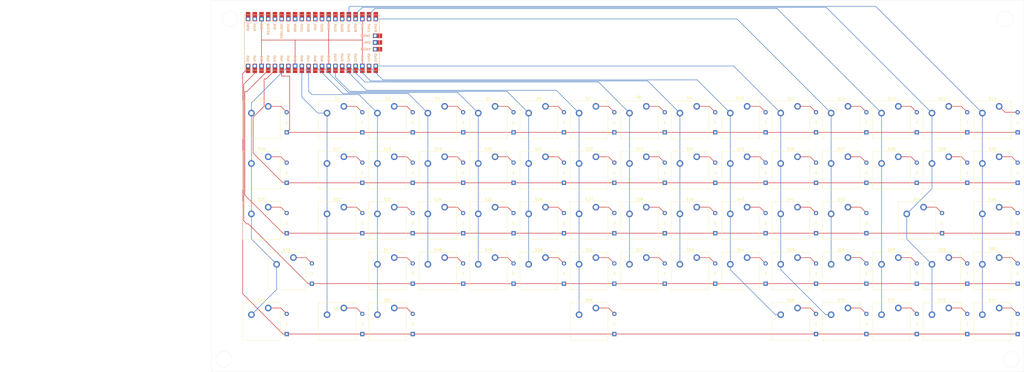
<source format=kicad_pcb>
(kicad_pcb (version 20241229) (generator "pcbnew") (generator_version "9.0")
  (layers (0 "F.Cu" signal) (2 "B.Cu" signal) (13 "F.Paste" user) (15 "B.Paste" user) (5 "F.SilkS" user "F.Silkscreen") (7 "B.SilkS" user "B.Silkscreen") (1 "F.Mask" user) (3 "B.Mask" user) (25 "Edge.Cuts" user))
  (net 0 "")
  (net 1 "Ro1")
  (net 2 "Net-(D1-A)")
  (net 3 "Net-(D2-A)")
  (net 4 "Net-(D3-A)")
  (net 5 "Net-(D4-A)")
  (net 6 "Net-(D5-A)")
  (net 7 "Net-(D6-A)")
  (net 8 "Net-(D7-A)")
  (net 9 "Net-(D8-A)")
  (net 10 "Net-(D9-A)")
  (net 11 "Net-(D10-A)")
  (net 12 "Net-(D11-A)")
  (net 13 "Net-(D12-A)")
  (net 14 "Net-(D13-A)")
  (net 15 "Net-(D14-A)")
  (net 16 "Net-(D15-A)")
  (net 17 "Ro2")
  (net 18 "Net-(D16-A)")
  (net 19 "Net-(D17-A)")
  (net 20 "Net-(D18-A)")
  (net 21 "Net-(D19-A)")
  (net 22 "Net-(D20-A)")
  (net 23 "Net-(D21-A)")
  (net 24 "Net-(D22-A)")
  (net 25 "Net-(D23-A)")
  (net 26 "Net-(D24-A)")
  (net 27 "Net-(D25-A)")
  (net 28 "Net-(D26-A)")
  (net 29 "Net-(D27-A)")
  (net 30 "Net-(D28-A)")
  (net 31 "Net-(D29-A)")
  (net 32 "Net-(D30-A)")
  (net 33 "Ro3")
  (net 34 "Net-(D31-A)")
  (net 35 "Net-(D32-A)")
  (net 36 "Net-(D33-A)")
  (net 37 "Net-(D34-A)")
  (net 38 "Net-(D35-A)")
  (net 39 "Net-(D36-A)")
  (net 40 "Net-(D37-A)")
  (net 41 "Net-(D38-A)")
  (net 42 "Net-(D39-A)")
  (net 43 "Net-(D40-A)")
  (net 44 "Net-(D41-A)")
  (net 45 "Net-(D42-A)")
  (net 46 "Ro5")
  (net 47 "Net-(D43-A)")
  (net 48 "Net-(D44-A)")
  (net 49 "Net-(D45-A)")
  (net 50 "Ro4")
  (net 51 "Net-(D46-A)")
  (net 52 "Net-(D47-A)")
  (net 53 "Net-(D48-A)")
  (net 54 "Net-(D49-A)")
  (net 55 "Net-(D50-A)")
  (net 56 "Net-(D51-A)")
  (net 57 "Net-(D52-A)")
  (net 58 "Net-(D53-A)")
  (net 59 "Net-(D54-A)")
  (net 60 "Net-(D55-A)")
  (net 61 "Net-(D56-A)")
  (net 62 "Net-(D58-A)")
  (net 63 "Net-(D59-A)")
  (net 64 "Net-(D60-A)")
  (net 65 "Net-(D61-A)")
  (net 66 "Net-(D62-A)")
  (net 67 "Net-(D66-A)")
  (net 68 "Net-(D69-A)")
  (net 69 "Net-(D70-A)")
  (net 70 "Net-(D72-A)")
  (net 71 "Net-(D73-A)")
  (net 72 "Net-(D74-A)")
  (net 73 "Co1")
  (net 74 "Co2")
  (net 75 "Co3")
  (net 76 "Co4")
  (net 77 "Co5")
  (net 78 "Co6")
  (net 79 "Co7")
  (net 80 "Co8")
  (net 81 "Co9")
  (net 82 "Co10")
  (net 83 "Co11")
  (net 84 "Co12")
  (net 85 "Co13")
  (net 86 "Co14")
  (net 87 "Co15")
  (net 101 "GND")
  (footprint "ScottoKeebs_MX:MX_PCB_1.00u" (layer "F.Cu") (at 285.115 61.9125)
    (property "Reference" "S44")
    (property "Value" "~")
  )
  (footprint "ScottoKeebs_Components:Diode_DO-35" (layer "F.Cu") (at 227.965 85.725 90)
    (property "Reference" "D54" (hide yes))
    (property "Value" "~" (hide yes))
  )
  (footprint "ScottoKeebs_Components:Diode_DO-35" (layer "F.Cu") (at 113.665 66.675 90)
    (property "Reference" "D34" (hide yes))
    (property "Value" "~" (hide yes))
  )
  (footprint "ScottoKeebs_Components:Diode_DO-35" (layer "F.Cu") (at 247.015 85.725 90)
    (property "Reference" "D55" (hide yes))
    (property "Value" "~" (hide yes))
  )
  (footprint "ScottoKeebs_MX:MX_PCB_1.00u" (layer "F.Cu") (at 37.465 61.9125)
    (property "Reference" "S31")
    (property "Value" "~")
  )
  (footprint "ScottoKeebs_MX:MX_PCB_1.00u" (layer "F.Cu") (at 161.29 42.8625)
    (property "Reference" "S22")
    (property "Value" "~")
  )
  (footprint "ScottoKeebs_MX:MX_PCB_1.00u" (layer "F.Cu") (at 294.64 80.9625)
    (property "Reference" "S59")
    (property "Value" "~")
  )
  (footprint "ScottoKeebs_MX:MX_PCB_1.00u" (layer "F.Cu") (at 123.19 61.9125)
    (property "Reference" "S35")
    (property "Value" "~")
  )
  (footprint "ScottoKeebs_Components:Diode_DO-35" (layer "F.Cu") (at 56.515 85.725 90)
    (property "Reference" "D46" (hide yes))
    (property "Value" "~" (hide yes))
  )
  (footprint "ScottoKeebs_Components:Diode_DO-35" (layer "F.Cu") (at 323.215 85.725 90)
    (property "Reference" "D60" (hide yes))
    (property "Value" "~" (hide yes))
  )
  (footprint "ScottoKeebs_MX:MX_PCB_1.00u" (layer "F.Cu") (at 256.54 61.9125)
    (property "Reference" "S42")
    (property "Value" "~")
  )
  (footprint "ScottoKeebs_MX:MX_PCB_1.00u" (layer "F.Cu") (at 256.54 100.0125)
    (property "Reference" "S70")
    (property "Value" "~")
  )
  (footprint "ScottoKeebs_MX:MX_PCB_1.00u" (layer "F.Cu") (at 313.69 23.8125)
    (property "Reference" "S15")
    (property "Value" "~")
  )
  (footprint "ScottoKeebs_Components:Diode_DO-35" (layer "F.Cu") (at 94.615 104.775 90)
    (property "Reference" "D62" (hide yes))
    (property "Value" "~" (hide yes))
  )
  (footprint "ScottoKeebs_MX:MX_PCB_1.00u" (layer "F.Cu") (at 37.465 100.0125)
    (property "Reference" "S43")
    (property "Value" "~")
  )
  (footprint "ScottoKeebs_Components:Diode_DO-35" (layer "F.Cu") (at 304.165 85.725 90)
    (property "Reference" "D59" (hide yes))
    (property "Value" "~" (hide yes))
  )
  (footprint "ScottoKeebs_Components:Diode_DO-35" (layer "F.Cu") (at 46.99 104.775 90)
    (property "Reference" "D43" (hide yes))
    (property "Value" "~" (hide yes))
  )
  (footprint "ScottoKeebs_MX:MX_PCB_1.00u" (layer "F.Cu") (at 161.29 80.9625)
    (property "Reference" "S51")
    (property "Value" "~")
  )
  (footprint "ScottoKeebs_Components:Diode_DO-35" (layer "F.Cu") (at 247.015 66.675 90)
    (property "Reference" "D41" (hide yes))
    (property "Value" "~" (hide yes))
  )
  (footprint "ScottoKeebs_Components:Diode_DO-35" (layer "F.Cu") (at 323.215 104.775 90)
    (property "Reference" "D74" (hide yes))
    (property "Value" "~" (hide yes))
  )
  (footprint "ScottoKeebs_MX:MX_PCB_1.00u" (layer "F.Cu") (at 37.465 23.8125)
    (property "Reference" "S1")
    (property "Value" "~")
  )
  (footprint "ScottoKeebs_MX:MX_PCB_1.00u" (layer "F.Cu") (at 256.54 80.9625)
    (property "Reference" "S56")
    (property "Value" "~")
  )
  (footprint "ScottoKeebs_Components:Diode_DO-35" (layer "F.Cu") (at 132.715 47.625 90)
    (property "Reference" "D20" (hide yes))
    (property "Value" "~" (hide yes))
  )
  (footprint "ScottoKeebs_Components:Diode_DO-35" (layer "F.Cu") (at 304.165 47.625 90)
    (property "Reference" "D29" (hide yes))
    (property "Value" "~" (hide yes))
  )
  (footprint "ScottoKeebs_MX:MX_PCB_1.00u" (layer "F.Cu") (at 123.19 42.8625)
    (property "Reference" "S20")
    (property "Value" "~")
  )
  (footprint "ScottoKeebs_Components:Diode_DO-35" (layer "F.Cu") (at 151.765 47.625 90)
    (property "Reference" "D21" (hide yes))
    (property "Value" "~" (hide yes))
  )
  (footprint "ScottoKeebs_Components:Diode_DO-35" (layer "F.Cu") (at 170.815 28.575 90)
    (property "Reference" "D7" (hide yes))
    (property "Value" "~" (hide yes))
  )
  (footprint "ScottoKeebs_Components:Diode_DO-35" (layer "F.Cu") (at 227.965 47.625 90)
    (property "Reference" "D25" (hide yes))
    (property "Value" "~" (hide yes))
  )
  (footprint "ScottoKeebs_MX:MX_PCB_1.00u" (layer "F.Cu") (at 294.64 42.8625)
    (property "Reference" "S29")
    (property "Value" "~")
  )
  (footprint "ScottoKeebs_MX:MX_PCB_1.00u" (layer "F.Cu") (at 161.29 61.9125)
    (property "Reference" "S37")
    (property "Value" "~")
  )
  (footprint "ScottoKeebs_Components:Diode_DO-35" (layer "F.Cu") (at 266.065 66.675 90)
    (property "Reference" "D42" (hide yes))
    (property "Value" "~" (hide yes))
  )
  (footprint "ScottoKeebs_MX:MX_PCB_1.00u" (layer "F.Cu") (at 46.99 80.9625)
    (property "Reference" "S46")
    (property "Value" "~")
  )
  (footprint "ScottoKeebs_MX:MX_PCB_1.00u" (layer "F.Cu") (at 237.49 80.9625)
    (property "Reference" "S55")
    (property "Value" "~")
  )
  (footprint "ScottoKeebs_Components:Diode_DO-35" (layer "F.Cu") (at 75.565 47.625 90)
    (property "Reference" "D17" (hide yes))
    (property "Value" "~" (hide yes))
  )
  (footprint "ScottoKeebs_Components:Diode_DO-35" (layer "F.Cu") (at 189.865 47.625 90)
    (property "Reference" "D23" (hide yes))
    (property "Value" "~" (hide yes))
  )
  (footprint "ScottoKeebs_Components:Diode_DO-35" (layer "F.Cu") (at 75.565 104.775 90)
    (property "Reference" "D61" (hide yes))
    (property "Value" "~" (hide yes))
  )
  (footprint "ScottoKeebs_MX:MX_PCB_1.00u" (layer "F.Cu") (at 66.04 42.8625)
    (property "Reference" "S17")
    (property "Value" "~")
  )
  (footprint "ScottoKeebs_Components:Diode_DO-35" (layer "F.Cu") (at 189.865 85.725 90)
    (property "Reference" "D52" (hide yes))
    (property "Value" "~" (hide yes))
  )
  (footprint "ScottoKeebs_MX:MX_PCB_1.00u" (layer "F.Cu") (at 237.49 100.0125)
    (property "Reference" "S69")
    (property "Value" "~")
  )
  (footprint "ScottoKeebs_MX:MX_PCB_1.00u" (layer "F.Cu") (at 85.09 61.9125)
    (property "Reference" "S33")
    (property "Value" "~")
  )
  (footprint "ScottoKeebs_MX:MX_PCB_1.00u" (layer "F.Cu") (at 199.39 80.9625)
    (property "Reference" "S53")
    (property "Value" "~")
  )
  (footprint "ScottoKeebs_Components:Diode_DO-35" (layer "F.Cu") (at 227.965 66.675 90)
    (property "Reference" "D40" (hide yes))
    (property "Value" "~" (hide yes))
  )
  (footprint "ScottoKeebs_Components:Diode_DO-35" (layer "F.Cu") (at 151.765 85.725 90)
    (property "Reference" "D50" (hide yes))
    (property "Value" "~" (hide yes))
  )
  (footprint "ScottoKeebs_MX:MX_PCB_1.00u" (layer "F.Cu") (at 123.19 80.9625)
    (property "Reference" "S49")
    (property "Value" "~")
  )
  (footprint "ScottoKeebs_Components:Diode_DO-35" (layer "F.Cu") (at 304.165 28.575 90)
    (property "Reference" "D14" (hide yes))
    (property "Value" "~" (hide yes))
  )
  (footprint "ScottoKeebs_MX:MX_PCB_1.00u" (layer "F.Cu") (at 275.59 100.0125)
    (property "Reference" "S72")
    (property "Value" "~")
  )
  (footprint "ScottoKeebs_Components:Diode_DO-35" (layer "F.Cu") (at 304.165 104.775 90)
    (property "Reference" "D73" (hide yes))
    (property "Value" "~" (hide yes))
  )
  (footprint "ScottoKeebs_MX:MX_PCB_1.00u" (layer "F.Cu") (at 237.49 42.8625)
    (property "Reference" "S26")
    (property "Value" "~")
  )
  (footprint "ScottoKeebs_Components:Diode_DO-35" (layer "F.Cu") (at 170.815 104.775 90)
    (property "Reference" "D66" (hide yes))
    (property "Value" "~" (hide yes))
  )
  (footprint "ScottoKeebs_Components:Diode_DO-35" (layer "F.Cu") (at 208.915 47.625 90)
    (property "Reference" "D24" (hide yes))
    (property "Value" "~" (hide yes))
  )
  (footprint "ScottoKeebs_MX:MX_PCB_1.00u" (layer "F.Cu") (at 66.04 61.9125)
    (property "Reference" "S32")
    (property "Value" "~")
  )
  (footprint "ScottoKeebs_Components:Diode_DO-35" (layer "F.Cu") (at 113.665 85.725 90)
    (property "Reference" "D48" (hide yes))
    (property "Value" "~" (hide yes))
  )
  (footprint "ScottoKeebs_Components:Diode_DO-35" (layer "F.Cu") (at 247.015 47.625 90)
    (property "Reference" "D26" (hide yes))
    (property "Value" "~" (hide yes))
  )
  (footprint "ScottoKeebs_MX:MX_PCB_1.00u" (layer "F.Cu") (at 66.04 23.8125)
    (property "Reference" "S2")
    (property "Value" "~")
  )
  (footprint "ScottoKeebs_Components:Diode_DO-35" (layer "F.Cu") (at 285.115 104.775 90)
    (property "Reference" "D72" (hide yes))
    (property "Value" "~" (hide yes))
  )
  (footprint "ScottoKeebs_Components:Diode_DO-35" (layer "F.Cu") (at 151.765 66.675 90)
    (property "Reference" "D36" (hide yes))
    (property "Value" "~" (hide yes))
  )
  (footprint "ScottoKeebs_MX:MX_PCB_1.00u" (layer "F.Cu") (at 142.24 23.8125)
    (property "Reference" "S6")
    (property "Value" "~")
  )
  (footprint "ScottoKeebs_Components:Diode_DO-35" (layer "F.Cu") (at 46.99 28.575 90)
    (property "Reference" "D1" (hide yes))
    (property "Value" "hi" (hide yes))
  )
  (footprint "ScottoKeebs_MX:MX_PCB_1.00u" (layer "F.Cu") (at 199.39 61.9125)
    (property "Reference" "S39")
    (property "Value" "~")
  )
  (footprint "ScottoKeebs_Components:Diode_DO-35" (layer "F.Cu") (at 323.215 47.625 90)
    (property "Reference" "D30" (hide yes))
    (property "Value" "~" (hide yes))
  )
  (footprint "ScottoKeebs_Components:Diode_DO-35" (layer "F.Cu") (at 170.815 47.625 90)
    (property "Reference" "D22" (hide yes))
    (property "Value" "~" (hide yes))
  )
  (footprint "ScottoKeebs_MX:MX_PCB_1.00u" (layer "F.Cu") (at 256.54 42.8625)
    (property "Reference" "S27")
    (property "Value" "~")
  )
  (footprint "ScottoKeebs_MX:MX_PCB_1.00u" (layer "F.Cu") (at 218.44 80.9625)
    (property "Reference" "S54")
    (property "Value" "~")
  )
  (footprint "ScottoKeebs_Components:Diode_DO-35" (layer "F.Cu") (at 266.065 85.725 90)
    (property "Reference" "D56" (hide yes))
    (property "Value" "~" (hide yes))
  )
  (footprint "ScottoKeebs_Components:Diode_DO-35" (layer "F.Cu") (at 132.715 85.725 90)
    (property "Reference" "D49" (hide yes))
    (property "Value" "~" (hide yes))
  )
  (footprint "ScottoKeebs_Components:Diode_DO-35" (layer "F.Cu") (at 132.715 28.575 90)
    (property "Reference" "D5" (hide yes))
    (property "Value" "~" (hide yes))
  )
  (footprint "ScottoKeebs_MX:MX_PCB_1.00u" (layer "F.Cu") (at 313.69 42.8625)
    (property "Reference" "S30")
    (property "Value" "~")
  )
  (footprint "ScottoKeebs_MX:MX_PCB_1.00u" (layer "F.Cu") (at 66.04 100.0125)
    (property "Reference" "S61")
    (property "Value" "~")
  )
  (footprint "ScottoKeebs_MX:MX_PCB_1.00u" (layer "F.Cu") (at 37.465 42.8625)
    (property "Reference" "S16")
    (property "Value" "~")
  )
  (footprint "ScottoKeebs_MX:MX_PCB_1.00u" (layer "F.Cu") (at 104.14 23.8125)
    (property "Reference" "S4")
    (property "Value" "~")
  )
  (footprint "ScottoKeebs_MX:MX_PCB_1.00u" (layer "F.Cu") (at 237.49 61.9125)
    (property "Reference" "S41")
    (property "Value" "~")
  )
  (footprint "ScottoKeebs_MX:MX_PCB_1.00u" (layer "F.Cu") (at 161.29 23.8125)
    (property "Reference" "S7")
    (property "Value" "~")
  )
  (footprint "ScottoKeebs_MX:MX_PCB_1.00u" (layer "F.Cu") (at 218.44 23.8125)
    (property "Reference" "S10")
    (property "Value" "~")
  )
  (footprint "ScottoKeebs_Components:Diode_DO-35" (layer "F.Cu") (at 266.065 47.625 90)
    (property "Reference" "D27" (hide yes))
    (property "Value" "~" (hide yes))
  )
  (footprint "ScottoKeebs_Components:Diode_DO-35" (layer "F.Cu") (at 75.565 66.675 90)
    (property "Reference" "D32" (hide yes))
    (property "Value" "~" (hide yes))
  )
  (footprint "ScottoKeebs_MCU:Raspberry_Pi_Pico" (layer "F.Cu") (at 56.515 -5.3975 90)
    (property "Reference" "A1" (hide yes))
    (property "Value" "RaspberryPi_Pico" (hide yes))
  )
  (footprint "ScottoKeebs_MX:MX_PCB_1.00u" (layer "F.Cu") (at 180.34 23.8125)
    (property "Reference" "S8")
    (property "Value" "~")
  )
  (footprint "ScottoKeebs_MX:MX_PCB_1.00u" (layer "F.Cu") (at 180.34 80.9625)
    (property "Reference" "S52")
    (property "Value" "~")
  )
  (footprint "ScottoKeebs_MX:MX_PCB_1.00u" (layer "F.Cu") (at 275.59 42.8625)
    (property "Reference" "S28")
    (property "Value" "~")
  )
  (footprint "ScottoKeebs_Components:Diode_DO-35" (layer "F.Cu") (at 323.215 66.675 90)
    (property "Reference" "D45" (hide yes))
    (property "Value" "~" (hide yes))
  )
  (footprint "ScottoKeebs_MX:MX_PCB_1.00u" (layer "F.Cu") (at 180.34 61.9125)
    (property "Reference" "S38")
    (property "Value" "~")
  )
  (footprint "ScottoKeebs_MX:MX_PCB_1.00u" (layer "F.Cu") (at 313.69 61.9125)
    (property "Reference" "S45")
    (property "Value" "~")
  )
  (footprint "ScottoKeebs_Components:Diode_DO-35" (layer "F.Cu") (at 132.715 66.675 90)
    (property "Reference" "D35" (hide yes))
    (property "Value" "~" (hide yes))
  )
  (footprint "ScottoKeebs_Components:Diode_DO-35" (layer "F.Cu") (at 208.915 66.675 90)
    (property "Reference" "D39" (hide yes))
    (property "Value" "~" (hide yes))
  )
  (footprint "ScottoKeebs_MX:MX_PCB_1.00u" (layer "F.Cu") (at 85.09 42.8625)
    (property "Reference" "S18")
    (property "Value" "~")
  )
  (footprint "ScottoKeebs_MX:MX_PCB_1.00u" (layer "F.Cu") (at 142.24 80.9625)
    (property "Reference" "S50")
    (property "Value" "~")
  )
  (footprint "ScottoKeebs_Components:Diode_DO-35" (layer "F.Cu") (at 227.965 28.575 90)
    (property "Reference" "D10" (hide yes))
    (property "Value" "~" (hide yes))
  )
  (footprint "ScottoKeebs_MX:MX_PCB_1.00u" (layer "F.Cu") (at 161.29 100.0125)
    (property "Reference" "S66")
    (property "Value" "~")
  )
  (footprint "ScottoKeebs_MX:MX_PCB_1.00u" (layer "F.Cu") (at 313.69 80.9625)
    (property "Reference" "S60")
    (property "Value" "~")
  )
  (footprint "ScottoKeebs_Components:Diode_DO-35" (layer "F.Cu") (at 208.915 85.725 90)
    (property "Reference" "D53" (hide yes))
    (property "Value" "~" (hide yes))
  )
  (footprint "ScottoKeebs_MX:MX_PCB_1.00u" (layer "F.Cu") (at 313.69 100.0125)
    (property "Reference" "S74")
    (property "Value" "~")
  )
  (footprint "ScottoKeebs_Components:Diode_DO-35" (layer "F.Cu") (at 189.865 28.575 90)
    (property "Reference" "D8" (hide yes))
    (property "Value" "~" (hide yes))
  )
  (footprint "ScottoKeebs_Components:Diode_DO-35" (layer "F.Cu") (at 170.815 66.675 90)
    (property "Reference" "D37" (hide yes))
    (property "Value" "~" (hide yes))
  )
  (footprint "ScottoKeebs_MX:MX_PCB_1.00u" (layer "F.Cu") (at 199.39 23.8125)
    (property "Reference" "S9")
    (property "Value" "~")
  )
  (footprint "ScottoKeebs_Components:Diode_DO-35" (layer "F.Cu") (at 75.565 28.575 90)
    (property "Reference" "D2" (hide yes))
    (property "Value" "~" (hide yes))
  )
  (footprint "ScottoKeebs_Components:Diode_DO-35" (layer "F.Cu") (at 323.215 28.575 90)
    (property "Reference" "D15" (hide yes))
    (property "Value" "~" (hide yes))
  )
  (footprint "ScottoKeebs_Components:Diode_DO-35" (layer "F.Cu") (at 294.64 66.675 90)
    (property "Reference" "D44" (hide yes))
    (property "Value" "~" (hide yes))
  )
  (footprint "ScottoKeebs_MX:MX_PCB_1.00u" (layer "F.Cu") (at 180.34 42.8625)
    (property "Reference" "S23")
    (property "Value" "~")
  )
  (footprint "ScottoKeebs_MX:MX_PCB_1.00u" (layer "F.Cu") (at 104.14 61.9125)
    (property "Reference" "S34")
    (property "Value" "~")
  )
  (footprint "ScottoKeebs_MX:MX_PCB_1.00u" (layer "F.Cu") (at 142.24 61.9125)
    (property "Reference" "S36")
    (property "Value" "~")
  )
  (footprint "ScottoKeebs_Components:Diode_DO-35" (layer "F.Cu") (at 285.115 85.725 90)
    (property "Reference" "D58" (hide yes))
    (property "Value" "~" (hide yes))
  )
  (footprint "ScottoKeebs_MX:MX_PCB_1.00u" (layer "F.Cu") (at 123.19 23.8125)
    (property "Reference" "S5")
    (property "Value" "~")
  )
  (footprint "ScottoKeebs_MX:MX_PCB_1.00u" (layer "F.Cu") (at 85.09 100.0125)
    (property "Reference" "S62")
    (property "Value" "~")
  )
  (footprint "ScottoKeebs_MX:MX_PCB_1.00u" (layer "F.Cu") (at 294.64 23.8125)
    (property "Reference" "S14")
    (property "Value" "~")
  )
  (footprint "ScottoKeebs_Components:Diode_DO-35" (layer "F.Cu") (at 94.615 85.725 90)
    (property "Reference" "D47" (hide yes))
    (property "Value" "~" (hide yes))
  )
  (footprint "ScottoKeebs_Components:Diode_DO-35" (layer "F.Cu") (at 285.115 47.625 90)
    (property "Reference" "D28" (hide yes))
    (property "Value" "~" (hide yes))
  )
  (footprint "ScottoKeebs_MX:MX_PCB_1.00u" (layer "F.Cu") (at 218.44 42.8625)
    (property "Reference" "S25")
    (property "Value" "~")
  )
  (footprint "ScottoKeebs_Components:Diode_DO-35" (layer "F.Cu") (at 285.115 28.575 90)
    (property "Reference" "D13" (hide yes))
    (property "Value" "~" (hide yes))
  )
  (footprint "ScottoKeebs_MX:MX_PCB_1.00u" (layer "F.Cu") (at 275.59 23.8125)
    (property "Reference" "S13")
    (property "Value" "~")
  )
  (footprint "ScottoKeebs_MX:MX_PCB_1.00u" (layer "F.Cu") (at 256.54 23.8125)
    (property "Reference" "S12")
    (property "Value" "~")
  )
  (footprint "ScottoKeebs_MX:MX_PCB_1.00u" (layer "F.Cu") (at 218.44 61.9125)
    (property "Reference" "S40")
    (property "Value" "~")
  )
  (footprint "ScottoKeebs_MX:MX_PCB_1.00u" (layer "F.Cu") (at 85.09 80.9625)
    (property "Reference" "S47")
    (property "Value" "~")
  )
  (footprint "ScottoKeebs_Components:Diode_DO-35" (layer "F.Cu") (at 46.99 66.675 90)
    (property "Reference" "D31" (hide yes))
    (property "Value" "~" (hide yes))
  )
  (footprint "ScottoKeebs_Components:Diode_DO-35" (layer "F.Cu") (at 113.665 28.575 90)
    (property "Reference" "D4" (hide yes))
    (property "Value" "~" (hide yes))
  )
  (footprint "ScottoKeebs_Components:Diode_DO-35" (layer "F.Cu") (at 266.065 28.575 90)
    (property "Reference" "D12" (hide yes))
    (property "Value" "~" (hide yes))
  )
  (footprint "ScottoKeebs_MX:MX_PCB_1.00u" (layer "F.Cu") (at 104.14 42.8625)
    (property "Reference" "S19")
    (property "Value" "~")
  )
  (footprint "ScottoKeebs_Components:Diode_DO-35" (layer "F.Cu") (at 94.615 66.675 90)
    (property "Reference" "D33" (hide yes))
    (property "Value" "~" (hide yes))
  )
  (footprint "ScottoKeebs_MX:MX_PCB_1.00u" (layer "F.Cu") (at 275.59 80.9625)
    (property "Reference" "S58")
    (property "Value" "~")
  )
  (footprint "ScottoKeebs_Components:Diode_DO-35" (layer "F.Cu") (at 151.765 28.575 90)
    (property "Reference" "D6" (hide yes))
    (property "Value" "~" (hide yes))
  )
  (footprint "ScottoKeebs_Components:Diode_DO-35" (layer "F.Cu") (at 247.015 104.775 90)
    (property "Reference" "D69" (hide yes))
    (property "Value" "~" (hide yes))
  )
  (footprint "ScottoKeebs_Components:Diode_DO-35" (layer "F.Cu") (at 46.99 47.625 90)
    (property "Reference" "D16" (hide yes))
    (property "Value" "~" (hide yes))
  )
  (footprint "ScottoKeebs_Components:Diode_DO-35" (layer "F.Cu") (at 113.665 47.625 90)
    (property "Reference" "D19" (hide yes))
    (property "Value" "~" (hide yes))
  )
  (footprint "ScottoKeebs_MX:MX_PCB_1.00u" (layer "F.Cu") (at 85.09 23.8125)
    (property "Reference" "S3")
    (property "Value" "~")
  )
  (footprint "ScottoKeebs_MX:MX_PCB_1.00u" (layer "F.Cu") (at 142.24 42.8625)
    (property "Reference" "S21")
    (property "Value" "~")
  )
  (footprint "ScottoKeebs_Components:Diode_DO-35" (layer "F.Cu") (at 247.015 28.575 90)
    (property "Reference" "D11" (hide yes))
    (property "Value" "~" (hide yes))
  )
  (footprint "ScottoKeebs_Components:Diode_DO-35" (layer "F.Cu") (at 208.915 28.575 90)
    (property "Reference" "D9" (hide yes))
    (property "Value" "~" (hide yes))
  )
  (footprint "ScottoKeebs_Components:Diode_DO-35" (layer "F.Cu") (at 94.615 28.575 90)
    (property "Reference" "D3" (hide yes))
    (property "Value" "~" (hide yes))
  )
  (footprint "ScottoKeebs_Components:Diode_DO-35" (layer "F.Cu") (at 189.865 66.675 90)
    (property "Reference" "D38" (hide yes))
    (property "Value" "~" (hide yes))
  )
  (footprint "ScottoKeebs_MX:MX_PCB_1.00u" (layer "F.Cu") (at 199.39 42.8625)
    (property "Reference" "S24")
    (property "Value" "~")
  )
  (footprint "ScottoKeebs_MX:MX_PCB_1.00u" (layer "F.Cu") (at 237.49 23.8125)
    (property "Reference" "S11")
    (property "Value" "~")
  )
  (footprint "ScottoKeebs_MX:MX_PCB_1.00u" (layer "F.Cu") (at 294.64 100.0125)
    (property "Reference" "S73")
    (property "Value" "~")
  )
  (footprint "ScottoKeebs_MX:MX_PCB_1.00u" (layer "F.Cu") (at 104.14 80.9625)
    (property "Reference" "S48")
    (property "Value" "~")
  )
  (footprint "ScottoKeebs_Components:Diode_DO-35" (layer "F.Cu") (at 266.065 104.775 90)
    (property "Reference" "D70" (hide yes))
    (property "Value" "~" (hide yes))
  )
  (footprint "ScottoKeebs_Components:Diode_DO-35" (layer "F.Cu") (at 94.615 47.625 90)
    (property "Reference" "D18" (hide yes))
    (property "Value" "~" (hide yes))
  )
  (footprint "ScottoKeebs_Components:Diode_DO-35" (layer "F.Cu") (at 170.815 85.725 90)
    (property "Reference" "D51" (hide yes))
    (property "Value" "~" (hide yes))
  )
  (gr_circle (center 320.83375 114.3) (end 323.83375 114.3) (stroke (width 0.05)) (fill no) (layer "Edge.Cuts"))
  (gr_rect (start 18.415 -21.43125) (end 325.59625 119.0625) (stroke (width 0.05)) (fill no) (layer "Edge.Cuts"))
  (gr_circle (center 23.1775 114.3) (end 26.1775 114.3) (stroke (width 0.05)) (fill no) (layer "Edge.Cuts"))
  (gr_circle (center 318.4525 -14.2875) (end 321.4525 -14.2875) (stroke (width 0.05)) (fill no) (layer "Edge.Cuts"))
  (gr_circle (center 25.55875 -14.2875) (end 28.55875 -14.2875) (stroke (width 0.05)) (fill no) (layer "Edge.Cuts"))
  (segment (start 48.091 27.474) (end 48.091 7.2985) (width 0.2) (layer "F.Cu") (net 1))
  (segment (start 46.99 28.575) (end 323.215 28.575) (width 0.2) (layer "F.Cu") (net 1))
  (segment (start 45.151 7.2985) (end 45.085 7.2325) (width 0.2) (layer "F.Cu") (net 1))
  (segment (start 48.091 7.2985) (end 45.151 7.2985) (width 0.2) (layer "F.Cu") (net 1))
  (segment (start 45.085 7.2325) (end 45.085 3.4925) (width 0.2) (layer "F.Cu") (net 1))
  (segment (start 46.99 28.575) (end 48.091 27.474) (width 0.2) (layer "F.Cu") (net 1))
  (segment (start 40.005 18.7325) (end 44.7675 18.7325) (width 0.2) (layer "F.Cu") (net 2))
  (segment (start 44.7675 18.7325) (end 46.99 20.955) (width 0.2) (layer "F.Cu") (net 2))
  (segment (start 68.58 18.7325) (end 73.3425 18.7325) (width 0.2) (layer "F.Cu") (net 3))
  (segment (start 73.3425 18.7325) (end 75.565 20.955) (width 0.2) (layer "F.Cu") (net 3))
  (segment (start 92.3925 18.7325) (end 94.615 20.955) (width 0.2) (layer "F.Cu") (net 4))
  (segment (start 87.63 18.7325) (end 92.3925 18.7325) (width 0.2) (layer "F.Cu") (net 4))
  (segment (start 106.68 18.7325) (end 111.4425 18.7325) (width 0.2) (layer "F.Cu") (net 5))
  (segment (start 111.4425 18.7325) (end 113.665 20.955) (width 0.2) (layer "F.Cu") (net 5))
  (segment (start 125.73 18.7325) (end 130.4925 18.7325) (width 0.2) (layer "F.Cu") (net 6))
  (segment (start 130.4925 18.7325) (end 132.715 20.955) (width 0.2) (layer "F.Cu") (net 6))
  (segment (start 149.5425 18.7325) (end 151.765 20.955) (width 0.2) (layer "F.Cu") (net 7))
  (segment (start 144.78 18.7325) (end 149.5425 18.7325) (width 0.2) (layer "F.Cu") (net 7))
  (segment (start 163.83 18.7325) (end 168.5925 18.7325) (width 0.2) (layer "F.Cu") (net 8))
  (segment (start 168.5925 18.7325) (end 170.815 20.955) (width 0.2) (layer "F.Cu") (net 8))
  (segment (start 187.6425 18.7325) (end 189.865 20.955) (width 0.2) (layer "F.Cu") (net 9))
  (segment (start 182.88 18.7325) (end 187.6425 18.7325) (width 0.2) (layer "F.Cu") (net 9))
  (segment (start 206.6925 18.7325) (end 208.915 20.955) (width 0.2) (layer "F.Cu") (net 10))
  (segment (start 201.93 18.7325) (end 206.6925 18.7325) (width 0.2) (layer "F.Cu") (net 10))
  (segment (start 225.7425 18.7325) (end 227.965 20.955) (width 0.2) (layer "F.Cu") (net 11))
  (segment (start 220.98 18.7325) (end 225.7425 18.7325) (width 0.2) (layer "F.Cu") (net 11))
  (segment (start 240.03 18.7325) (end 244.7925 18.7325) (width 0.2) (layer "F.Cu") (net 12))
  (segment (start 244.7925 18.7325) (end 247.015 20.955) (width 0.2) (layer "F.Cu") (net 12))
  (segment (start 259.08 18.7325) (end 263.8425 18.7325) (width 0.2) (layer "F.Cu") (net 13))
  (segment (start 263.8425 18.7325) (end 266.065 20.955) (width 0.2) (layer "F.Cu") (net 13))
  (segment (start 282.8925 18.7325) (end 285.115 20.955) (width 0.2) (layer "F.Cu") (net 14))
  (segment (start 278.13 18.7325) (end 282.8925 18.7325) (width 0.2) (layer "F.Cu") (net 14))
  (segment (start 297.18 18.7325) (end 301.9425 18.7325) (width 0.2) (layer "F.Cu") (net 15))
  (segment (start 301.9425 18.7325) (end 304.165 20.955) (width 0.2) (layer "F.Cu") (net 15))
  (segment (start 318.4525 20.955) (end 316.23 18.7325) (width 0.2) (layer "F.Cu") (net 16))
  (segment (start 323.215 20.955) (end 318.4525 20.955) (width 0.2) (layer "F.Cu") (net 16))
  (segment (start 45.552316 47.625) (end 34.297446 36.37013) (width 0.2) (layer "F.Cu") (net 17))
  (segment (start 42.545 5.0545) (end 42.545 3.4925) (width 0.2) (layer "F.Cu") (net 17))
  (segment (start 39.216 8.3835) (end 42.545 5.0545) (width 0.2) (layer "F.Cu") (net 17))
  (segment (start 38.454 8.3835) (end 39.216 8.3835) (width 0.2) (layer "F.Cu") (net 17))
  (segment (start 46.99 47.625) (end 45.552316 47.625) (width 0.2) (layer "F.Cu") (net 17))
  (segment (start 34.297446 36.37013) (end 34.297446 22.8235) (width 0.2) (layer "F.Cu") (net 17))
  (segment (start 38.454 18.666946) (end 38.454 8.3835) (width 0.2) (layer "F.Cu") (net 17))
  (segment (start 46.99 47.625) (end 323.215 47.625) (width 0.2) (layer "F.Cu") (net 17))
  (segment (start 34.297446 22.8235) (end 38.454 18.666946) (width 0.2) (layer "F.Cu") (net 17))
  (segment (start 44.7675 37.7825) (end 46.99 40.005) (width 0.2) (layer "F.Cu") (net 18))
  (segment (start 40.005 37.7825) (end 44.7675 37.7825) (width 0.2) (layer "F.Cu") (net 18))
  (segment (start 68.58 37.7825) (end 73.3425 37.7825) (width 0.2) (layer "F.Cu") (net 19))
  (segment (start 73.3425 37.7825) (end 75.565 40.005) (width 0.2) (layer "F.Cu") (net 19))
  (segment (start 92.3925 37.7825) (end 94.615 40.005) (width 0.2) (layer "F.Cu") (net 20))
  (segment (start 87.63 37.7825) (end 92.3925 37.7825) (width 0.2) (layer "F.Cu") (net 20))
  (segment (start 111.4425 37.7825) (end 113.665 40.005) (width 0.2) (layer "F.Cu") (net 21))
  (segment (start 106.68 37.7825) (end 111.4425 37.7825) (width 0.2) (layer "F.Cu") (net 21))
  (segment (start 130.4925 37.7825) (end 132.715 40.005) (width 0.2) (layer "F.Cu") (net 22))
  (segment (start 125.73 37.7825) (end 130.4925 37.7825) (width 0.2) (layer "F.Cu") (net 22))
  (segment (start 144.78 37.7825) (end 149.5425 37.7825) (width 0.2) (layer "F.Cu") (net 23))
  (segment (start 149.5425 37.7825) (end 151.765 40.005) (width 0.2) (layer "F.Cu") (net 23))
  (segment (start 168.5925 37.7825) (end 170.815 40.005) (width 0.2) (layer "F.Cu") (net 24))
  (segment (start 163.83 37.7825) (end 168.5925 37.7825) (width 0.2) (layer "F.Cu") (net 24))
  (segment (start 187.6425 37.7825) (end 189.865 40.005) (width 0.2) (layer "F.Cu") (net 25))
  (segment (start 182.88 37.7825) (end 187.6425 37.7825) (width 0.2) (layer "F.Cu") (net 25))
  (segment (start 201.93 37.7825) (end 206.6925 37.7825) (width 0.2) (layer "F.Cu") (net 26))
  (segment (start 206.6925 37.7825) (end 208.915 40.005) (width 0.2) (layer "F.Cu") (net 26))
  (segment (start 220.98 37.7825) (end 225.7425 37.7825) (width 0.2) (layer "F.Cu") (net 27))
  (segment (start 225.7425 37.7825) (end 227.965 40.005) (width 0.2) (layer "F.Cu") (net 27))
  (segment (start 240.03 37.7825) (end 244.7925 37.7825) (width 0.2) (layer "F.Cu") (net 28))
  (segment (start 244.7925 37.7825) (end 247.015 40.005) (width 0.2) (layer "F.Cu") (net 28))
  (segment (start 263.8425 37.7825) (end 266.065 40.005) (width 0.2) (layer "F.Cu") (net 29))
  (segment (start 259.08 37.7825) (end 263.8425 37.7825) (width 0.2) (layer "F.Cu") (net 29))
  (segment (start 278.13 37.7825) (end 282.8925 37.7825) (width 0.2) (layer "F.Cu") (net 30))
  (segment (start 282.8925 37.7825) (end 285.115 40.005) (width 0.2) (layer "F.Cu") (net 30))
  (segment (start 297.18 37.7825) (end 301.9425 37.7825) (width 0.2) (layer "F.Cu") (net 31))
  (segment (start 301.9425 37.7825) (end 304.165 40.005) (width 0.2) (layer "F.Cu") (net 31))
  (segment (start 320.9925 37.7825) (end 323.215 40.005) (width 0.2) (layer "F.Cu") (net 32))
  (segment (start 316.23 37.7825) (end 320.9925 37.7825) (width 0.2) (layer "F.Cu") (net 32))
  (segment (start 46.99 66.675) (end 45.573674 66.675) (width 0.2) (layer "F.Cu") (net 33))
  (segment (start 45.573674 66.675) (end 31.159 52.260326) (width 0.2) (layer "F.Cu") (net 33))
  (segment (start 31.159 52.260326) (end 31.159 13.1385) (width 0.2) (layer "F.Cu") (net 33))
  (segment (start 31.159 13.1385) (end 31.921 13.1385) (width 0.2) (layer "F.Cu") (net 33))
  (segment (start 40.005 5.0545) (end 40.005 3.4925) (width 0.2) (layer "F.Cu") (net 33))
  (segment (start 31.921 13.1385) (end 40.005 5.0545) (width 0.2) (layer "F.Cu") (net 33))
  (segment (start 323.215 66.675) (end 46.99 66.675) (width 0.2) (layer "F.Cu") (net 33))
  (segment (start 40.005 56.8325) (end 44.7675 56.8325) (width 0.2) (layer "F.Cu") (net 34))
  (segment (start 44.7675 56.8325) (end 46.99 59.055) (width 0.2) (layer "F.Cu") (net 34))
  (segment (start 73.3425 56.8325) (end 75.565 59.055) (width 0.2) (layer "F.Cu") (net 35))
  (segment (start 68.58 56.8325) (end 73.3425 56.8325) (width 0.2) (layer "F.Cu") (net 35))
  (segment (start 92.3925 56.8325) (end 94.615 59.055) (width 0.2) (layer "F.Cu") (net 36))
  (segment (start 87.63 56.8325) (end 92.3925 56.8325) (width 0.2) (layer "F.Cu") (net 36))
  (segment (start 111.4425 56.8325) (end 113.665 59.055) (width 0.2) (layer "F.Cu") (net 37))
  (segment (start 106.68 56.8325) (end 111.4425 56.8325) (width 0.2) (layer "F.Cu") (net 37))
  (segment (start 130.4925 56.8325) (end 132.715 59.055) (width 0.2) (layer "F.Cu") (net 38))
  (segment (start 125.73 56.8325) (end 130.4925 56.8325) (width 0.2) (layer "F.Cu") (net 38))
  (segment (start 149.5425 56.8325) (end 151.765 59.055) (width 0.2) (layer "F.Cu") (net 39))
  (segment (start 144.78 56.8325) (end 149.5425 56.8325) (width 0.2) (layer "F.Cu") (net 39))
  (segment (start 163.83 56.8325) (end 168.5925 56.8325) (width 0.2) (layer "F.Cu") (net 40))
  (segment (start 168.5925 56.8325) (end 170.815 59.055) (width 0.2) (layer "F.Cu") (net 40))
  (segment (start 182.88 56.8325) (end 187.6425 56.8325) (width 0.2) (layer "F.Cu") (net 41))
  (segment (start 187.6425 56.8325) (end 189.865 59.055) (width 0.2) (layer "F.Cu") (net 41))
  (segment (start 206.6925 56.8325) (end 208.915 59.055) (width 0.2) (layer "F.Cu") (net 42))
  (segment (start 201.93 56.8325) (end 206.6925 56.8325) (width 0.2) (layer "F.Cu") (net 42))
  (segment (start 225.7425 56.8325) (end 227.965 59.055) (width 0.2) (layer "F.Cu") (net 43))
  (segment (start 220.98 56.8325) (end 225.7425 56.8325) (width 0.2) (layer "F.Cu") (net 43))
  (segment (start 240.03 56.8325) (end 244.7925 56.8325) (width 0.2) (layer "F.Cu") (net 44))
  (segment (start 244.7925 56.8325) (end 247.015 59.055) (width 0.2) (layer "F.Cu") (net 44))
  (segment (start 259.08 56.8325) (end 263.8425 56.8325) (width 0.2) (layer "F.Cu") (net 45))
  (segment (start 263.8425 56.8325) (end 266.065 59.055) (width 0.2) (layer "F.Cu") (net 45))
  (segment (start 45.573674 104.775) (end 30.357 89.558326) (width 0.2) (layer "F.Cu") (net 46))
  (segment (start 46.99 104.775) (end 45.573674 104.775) (width 0.2) (layer "F.Cu") (net 46))
  (segment (start 30.357 89.558326) (end 30.357 6.3205) (width 0.2) (layer "F.Cu") (net 46))
  (segment (start 46.99 104.775) (end 323.215 104.775) (width 0.2) (layer "F.Cu") (net 46))
  (segment (start 30.357 6.3205) (end 32.385 4.2925) (width 0.2) (layer "F.Cu") (net 46))
  (segment (start 40.005 94.9325) (end 44.7675 94.9325) (width 0.2) (layer "F.Cu") (net 47))
  (segment (start 44.7675 94.9325) (end 46.99 97.155) (width 0.2) (layer "F.Cu") (net 47))
  (segment (start 287.655 56.8325) (end 292.4175 56.8325) (width 0.2) (layer "F.Cu") (net 48))
  (segment (start 292.4175 56.8325) (end 294.64 59.055) (width 0.2) (layer "F.Cu") (net 48))
  (segment (start 320.9925 56.8325) (end 323.215 59.055) (width 0.2) (layer "F.Cu") (net 49))
  (segment (start 316.23 56.8325) (end 320.9925 56.8325) (width 0.2) (layer "F.Cu") (net 49))
  (segment (start 56.515 85.725) (end 55.077316 85.725) (width 0.2) (layer "F.Cu") (net 50))
  (segment (start 30.758 10.3635) (end 34.925 6.1965) (width 0.2) (layer "F.Cu") (net 50))
  (segment (start 55.077316 85.725) (end 32.490816 63.1385) (width 0.2) (layer "F.Cu") (net 50))
  (segment (start 31.877174 63.1385) (end 30.758 62.019326) (width 0.2) (layer "F.Cu") (net 50))
  (segment (start 56.515 85.725) (end 323.215 85.725) (width 0.2) (layer "F.Cu") (net 50))
  (segment (start 34.925 6.1965) (end 34.925 4.2925) (width 0.2) (layer "F.Cu") (net 50))
  (segment (start 32.490816 63.1385) (end 31.877174 63.1385) (width 0.2) (layer "F.Cu") (net 50))
  (segment (start 30.758 62.019326) (end 30.758 10.3635) (width 0.2) (layer "F.Cu") (net 50))
  (segment (start 54.2925 75.8825) (end 56.515 78.105) (width 0.2) (layer "F.Cu") (net 51))
  (segment (start 49.53 75.8825) (end 54.2925 75.8825) (width 0.2) (layer "F.Cu") (net 51))
  (segment (start 87.63 75.8825) (end 92.3925 75.8825) (width 0.2) (layer "F.Cu") (net 52))
  (segment (start 92.3925 75.8825) (end 94.615 78.105) (width 0.2) (layer "F.Cu") (net 52))
  (segment (start 106.68 75.8825) (end 111.4425 75.8825) (width 0.2) (layer "F.Cu") (net 53))
  (segment (start 111.4425 75.8825) (end 113.665 78.105) (width 0.2) (layer "F.Cu") (net 53))
  (segment (start 125.73 75.8825) (end 130.4925 75.8825) (width 0.2) (layer "F.Cu") (net 54))
  (segment (start 130.4925 75.8825) (end 132.715 78.105) (width 0.2) (layer "F.Cu") (net 54))
  (segment (start 144.78 75.8825) (end 149.5425 75.8825) (width 0.2) (layer "F.Cu") (net 55))
  (segment (start 149.5425 75.8825) (end 151.765 78.105) (width 0.2) (layer "F.Cu") (net 55))
  (segment (start 168.5925 75.8825) (end 170.815 78.105) (width 0.2) (layer "F.Cu") (net 56))
  (segment (start 163.83 75.8825) (end 168.5925 75.8825) (width 0.2) (layer "F.Cu") (net 56))
  (segment (start 182.88 75.8825) (end 187.6425 75.8825) (width 0.2) (layer "F.Cu") (net 57))
  (segment (start 187.6425 75.8825) (end 189.865 78.105) (width 0.2) (layer "F.Cu") (net 57))
  (segment (start 201.93 75.8825) (end 206.6925 75.8825) (width 0.2) (layer "F.Cu") (net 58))
  (segment (start 206.6925 75.8825) (end 208.915 78.105) (width 0.2) (layer "F.Cu") (net 58))
  (segment (start 225.7425 75.8825) (end 227.965 78.105) (width 0.2) (layer "F.Cu") (net 59))
  (segment (start 220.98 75.8825) (end 225.7425 75.8825) (width 0.2) (layer "F.Cu") (net 59))
  (segment (start 240.03 75.8825) (end 244.7925 75.8825) (width 0.2) (layer "F.Cu") (net 60))
  (segment (start 244.7925 75.8825) (end 247.015 78.105) (width 0.2) (layer "F.Cu") (net 60))
  (segment (start 259.08 75.8825) (end 263.8425 75.8825) (width 0.2) (layer "F.Cu") (net 61))
  (segment (start 263.8425 75.8825) (end 266.065 78.105) (width 0.2) (layer "F.Cu") (net 61))
  (segment (start 282.8925 75.8825) (end 285.115 78.105) (width 0.2) (layer "F.Cu") (net 62))
  (segment (start 278.13 75.8825) (end 282.8925 75.8825) (width 0.2) (layer "F.Cu") (net 62))
  (segment (start 301.9425 75.8825) (end 304.165 78.105) (width 0.2) (layer "F.Cu") (net 63))
  (segment (start 297.18 75.8825) (end 301.9425 75.8825) (width 0.2) (layer "F.Cu") (net 63))
  (segment (start 316.23 75.8825) (end 320.9925 75.8825) (width 0.2) (layer "F.Cu") (net 64))
  (segment (start 320.9925 75.8825) (end 323.215 78.105) (width 0.2) (layer "F.Cu") (net 64))
  (segment (start 68.58 94.9325) (end 73.3425 94.9325) (width 0.2) (layer "F.Cu") (net 65))
  (segment (start 73.3425 94.9325) (end 75.565 97.155) (width 0.2) (layer "F.Cu") (net 65))
  (segment (start 87.63 94.9325) (end 92.3925 94.9325) (width 0.2) (layer "F.Cu") (net 66))
  (segment (start 92.3925 94.9325) (end 94.615 97.155) (width 0.2) (layer "F.Cu") (net 66))
  (segment (start 168.5925 94.9325) (end 170.815 97.155) (width 0.2) (layer "F.Cu") (net 67))
  (segment (start 163.83 94.9325) (end 168.5925 94.9325) (width 0.2) (layer "F.Cu") (net 67))
  (segment (start 244.7925 94.9325) (end 247.015 97.155) (width 0.2) (layer "F.Cu") (net 68))
  (segment (start 240.03 94.9325) (end 244.7925 94.9325) (width 0.2) (layer "F.Cu") (net 68))
  (segment (start 259.08 94.9325) (end 263.8425 94.9325) (width 0.2) (layer "F.Cu") (net 69))
  (segment (start 263.8425 94.9325) (end 266.065 97.155) (width 0.2) (layer "F.Cu") (net 69))
  (segment (start 278.13 94.9325) (end 282.8925 94.9325) (width 0.2) (layer "F.Cu") (net 70))
  (segment (start 282.8925 94.9325) (end 285.115 97.155) (width 0.2) (layer "F.Cu") (net 70))
  (segment (start 297.18 94.9325) (end 301.9425 94.9325) (width 0.2) (layer "F.Cu") (net 71))
  (segment (start 301.9425 94.9325) (end 304.165 97.155) (width 0.2) (layer "F.Cu") (net 71))
  (segment (start 320.9925 94.9325) (end 323.215 97.155) (width 0.2) (layer "F.Cu") (net 72))
  (segment (start 316.23 94.9325) (end 320.9925 94.9325) (width 0.2) (layer "F.Cu") (net 72))
  (segment (start 33.655 17.4625) (end 47.625 3.4925) (width 0.2) (layer "B.Cu") (net 73))
  (segment (start 33.655 21.2725) (end 33.655 68.8975) (width 0.2) (layer "B.Cu") (net 73))
  (segment (start 33.655 21.2725) (end 33.655 17.4625) (width 0.2) (layer "B.Cu") (net 73))
  (segment (start 43.18 78.4225) (end 43.18 87.9475) (width 0.2) (layer "B.Cu") (net 73))
  (segment (start 33.655 68.8975) (end 43.18 78.4225) (width 0.2) (layer "B.Cu") (net 73))
  (segment (start 43.18 87.9475) (end 33.655 97.4725) (width 0.2) (layer "B.Cu") (net 73))
  (segment (start 62.23 59.3725) (end 62.23 97.4725) (width 0.2) (layer "B.Cu") (net 74))
  (segment (start 58.7375 21.2725) (end 52.705 15.24) (width 0.2) (layer "B.Cu") (net 74))
  (segment (start 62.23 21.2725) (end 58.7375 21.2725) (width 0.2) (layer "B.Cu") (net 74))
  (segment (start 52.705 15.24) (end 52.705 3.4925) (width 0.2) (layer "B.Cu") (net 74))
  (segment (start 62.23 21.2725) (end 62.23 59.3725) (width 0.2) (layer "B.Cu") (net 74))
  (segment (start 74.295 14.2875) (end 56.515 14.2875) (width 0.2) (layer "B.Cu") (net 75))
  (segment (start 81.28 21.2725) (end 81.28 78.4225) (width 0.2) (layer "B.Cu") (net 75))
  (segment (start 56.515 14.2875) (end 55.245 13.0175) (width 0.2) (layer "B.Cu") (net 75))
  (segment (start 81.28 78.4225) (end 81.28 97.4725) (width 0.2) (layer "B.Cu") (net 75))
  (segment (start 55.245 13.0175) (end 55.245 3.4925) (width 0.2) (layer "B.Cu") (net 75))
  (segment (start 81.28 21.2725) (end 74.295 14.2875) (width 0.2) (layer "B.Cu") (net 75))
  (segment (start 100.33 21.2725) (end 92.944 13.8865) (width 0.2) (layer "B.Cu") (net 76))
  (segment (start 100.33 21.2725) (end 100.33 78.4225) (width 0.2) (layer "B.Cu") (net 76))
  (segment (start 92.944 13.8865) (end 68.179 13.8865) (width 0.2) (layer "B.Cu") (net 76))
  (segment (start 68.179 13.8865) (end 57.785 3.4925) (width 0.2) (layer "B.Cu") (net 76))
  (segment (start 70.318 13.4855) (end 60.325 3.4925) (width 0.2) (layer "B.Cu") (net 77))
  (segment (start 111.593 13.4855) (end 70.318 13.4855) (width 0.2) (layer "B.Cu") (net 77))
  (segment (start 119.38 21.2725) (end 111.593 13.4855) (width 0.2) (layer "B.Cu") (net 77))
  (segment (start 119.38 21.2725) (end 119.38 78.4225) (width 0.2) (layer "B.Cu") (net 77))
  (segment (start 70.8025 13.0845) (end 65.405 7.687) (width 0.2) (layer "B.Cu") (net 78))
  (segment (start 138.43 21.2725) (end 138.43 78.4225) (width 0.2) (layer "B.Cu") (net 78))
  (segment (start 138.43 21.2725) (end 130.242 13.0845) (width 0.2) (layer "B.Cu") (net 78))
  (segment (start 65.405 7.687) (end 65.405 3.4925) (width 0.2) (layer "B.Cu") (net 78))
  (segment (start 130.242 13.0845) (end 70.8025 13.0845) (width 0.2) (layer "B.Cu") (net 78))
  (segment (start 157.48 21.2725) (end 157.48 78.4225) (width 0.2) (layer "B.Cu") (net 79))
  (segment (start 157.48 21.2725) (end 148.891 12.6835) (width 0.2) (layer "B.Cu") (net 79))
  (segment (start 157.48 78.4225) (end 157.48 97.4725) (width 0.2) (layer "B.Cu") (net 79))
  (segment (start 77.136 12.6835) (end 67.945 3.4925) (width 0.2) (layer "B.Cu") (net 79))
  (segment (start 148.891 12.6835) (end 77.136 12.6835) (width 0.2) (layer "B.Cu") (net 79))
  (segment (start 176.53 78.4225) (end 176.53 21.2725) (width 0.2) (layer "B.Cu") (net 80))
  (segment (start 176.53 21.2725) (end 164.7825 9.525) (width 0.2) (layer "B.Cu") (net 80))
  (segment (start 76.5175 9.525) (end 70.485 3.4925) (width 0.2) (layer "B.Cu") (net 80))
  (segment (start 164.7825 9.525) (end 76.5175 9.525) (width 0.2) (layer "B.Cu") (net 80))
  (segment (start 195.58 21.2725) (end 195.58 78.4225) (width 0.2) (layer "B.Cu") (net 81))
  (segment (start 78.6565 9.124) (end 73.025 3.4925) (width 0.2) (layer "B.Cu") (net 81))
  (segment (start 195.58 21.2725) (end 183.4315 9.124) (width 0.2) (layer "B.Cu") (net 81))
  (segment (start 183.4315 9.124) (end 78.6565 9.124) (width 0.2) (layer "B.Cu") (net 81))
  (segment (start 202.0805 8.723) (end 83.3355 8.723) (width 0.2) (layer "B.Cu") (net 82))
  (segment (start 214.63 21.2725) (end 202.0805 8.723) (width 0.2) (layer "B.Cu") (net 82))
  (segment (start 231.625184 97.4725) (end 214.63 80.477316) (width 0.2) (layer "B.Cu") (net 82))
  (segment (start 214.63 21.2725) (end 214.63 78.4225) (width 0.2) (layer "B.Cu") (net 82))
  (segment (start 214.63 80.477316) (end 214.63 78.4225) (width 0.2) (layer "B.Cu") (net 82))
  (segment (start 233.68 97.4725) (end 231.625184 97.4725) (width 0.2) (layer "B.Cu") (net 82))
  (segment (start 83.3355 8.723) (end 78.105 3.4925) (width 0.2) (layer "B.Cu") (net 82))
  (segment (start 233.68 21.2725) (end 233.68 78.4225) (width 0.2) (layer "B.Cu") (net 83))
  (segment (start 233.68 80.477316) (end 233.68 78.4225) (width 0.2) (layer "B.Cu") (net 83))
  (segment (start 215.9 3.4925) (end 80.645 3.4925) (width 0.2) (layer "B.Cu") (net 83))
  (segment (start 252.73 97.4725) (end 250.675184 97.4725) (width 0.2) (layer "B.Cu") (net 83))
  (segment (start 250.675184 97.4725) (end 233.68 80.477316) (width 0.2) (layer "B.Cu") (net 83))
  (segment (start 233.68 21.2725) (end 215.9 3.4925) (width 0.2) (layer "B.Cu") (net 83))
  (segment (start 252.73 21.2725) (end 252.73 78.4225) (width 0.2) (layer "B.Cu") (net 84))
  (segment (start 252.73 21.2725) (end 217.17 -14.2875) (width 0.2) (layer "B.Cu") (net 84))
  (segment (start 217.17 -14.2875) (end 80.645 -14.2875) (width 0.2) (layer "B.Cu") (net 84))
  (segment (start 232.2595 -18.248) (end 80.3275 -18.248) (width 0.2) (layer "B.Cu") (net 85))
  (segment (start 78.105 -16.0255) (end 78.105 -14.2875) (width 0.2) (layer "B.Cu") (net 85))
  (segment (start 271.78 21.2725) (end 271.78 97.4725) (width 0.2) (layer "B.Cu") (net 85))
  (segment (start 271.78 21.2725) (end 232.2595 -18.248) (width 0.2) (layer "B.Cu") (net 85))
  (segment (start 80.3275 -18.248) (end 78.105 -16.0255) (width 0.2) (layer "B.Cu") (net 85))
  (segment (start 73.025 -16.109) (end 73.025 -14.2875) (width 0.2) (layer "B.Cu") (net 86))
  (segment (start 281.305 68.8975) (end 290.83 78.4225) (width 0.2) (layer "B.Cu") (net 86))
  (segment (start 290.83 78.4225) (end 290.83 97.4725) (width 0.2) (layer "B.Cu") (net 86))
  (segment (start 290.83 21.2725) (end 290.83 40.3225) (width 0.2) (layer "B.Cu") (net 86))
  (segment (start 75.565 -18.649) (end 73.025 -16.109) (width 0.2) (layer "B.Cu") (net 86))
  (segment (start 290.83 40.3225) (end 290.83 49.8475) (width 0.2) (layer "B.Cu") (net 86))
  (segment (start 290.83 21.2725) (end 250.9085 -18.649) (width 0.2) (layer "B.Cu") (net 86))
  (segment (start 290.83 49.8475) (end 281.305 59.3725) (width 0.2) (layer "B.Cu") (net 86))
  (segment (start 281.305 59.3725) (end 281.305 68.8975) (width 0.2) (layer "B.Cu") (net 86))
  (segment (start 250.9085 -18.649) (end 75.565 -18.649) (width 0.2) (layer "B.Cu") (net 86))
  (segment (start 70.8025 -19.05) (end 70.485 -18.7325) (width 0.2) (layer "B.Cu") (net 87))
  (segment (start 309.88 21.2725) (end 309.88 97.4725) (width 0.2) (layer "B.Cu") (net 87))
  (segment (start 309.88 21.2725) (end 269.5575 -19.05) (width 0.2) (layer "B.Cu") (net 87))
  (segment (start 269.5575 -19.05) (end 70.8025 -19.05) (width 0.2) (layer "B.Cu") (net 87))
  (segment (start 70.485 -18.7325) (end 70.485 -14.2875) (width 0.2) (layer "B.Cu") (net 87))
  (segment (start 37.465 -6.3125) (end 37.465 3.4925) (width 0.2) (layer "F.Cu") (net 101))
  (segment (start 37.465 -6.3125) (end 50.14 -6.3125) (width 0.2) (layer "F.Cu") (net 101))
  (segment (start 50.165 -6.2875) (end 50.14 -6.3125) (width 0.2) (layer "F.Cu") (net 101))
  (segment (start 62.865 -6.3125) (end 75.565 -6.3125) (width 0.2) (layer "F.Cu") (net 101))
  (segment (start 62.865 -6.3125) (end 62.865 3.4925) (width 0.2) (layer "F.Cu") (net 101))
  (segment (start 75.565 -6.3125) (end 75.565 3.4925) (width 0.2) (layer "F.Cu") (net 101))
  (segment (start 37.465 -14.2875) (end 37.465 -6.3125) (width 0.2) (layer "F.Cu") (net 101))
  (segment (start 62.865 -14.2875) (end 62.865 -6.3125) (width 0.2) (layer "F.Cu") (net 101))
  (segment (start 50.165 3.4925) (end 50.165 -6.2875) (width 0.2) (layer "F.Cu") (net 101))
  (segment (start 50.14 -6.3125) (end 62.865 -6.3125) (width 0.2) (layer "F.Cu") (net 101))
  (segment (start 75.565 -14.2875) (end 75.565 -6.3125) (width 0.2) (layer "F.Cu") (net 101))
)
</source>
